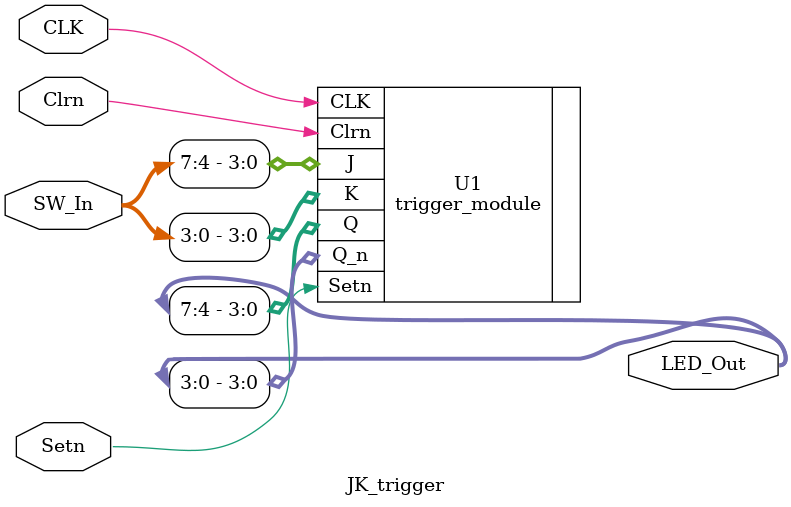
<source format=v>
module JK_trigger(CLK, Setn, Clrn, SW_In, LED_Out);

	input CLK, Setn, Clrn;
	input [7:0]SW_In;
	output [7:0]LED_Out;
	
	trigger_module #(.Time(24'd5000000)) U1 // CLK1 = 10Hz
	(
		.CLK(CLK) ,
		.Setn(Setn) ,
		.Clrn(Clrn) ,
		.J(SW_In[7:4]) ,
		.K(SW_In[3:0]) ,
		.Q(LED_Out[7:4]) ,
		.Q_n(LED_Out[3:0])
	);
	
endmodule

</source>
